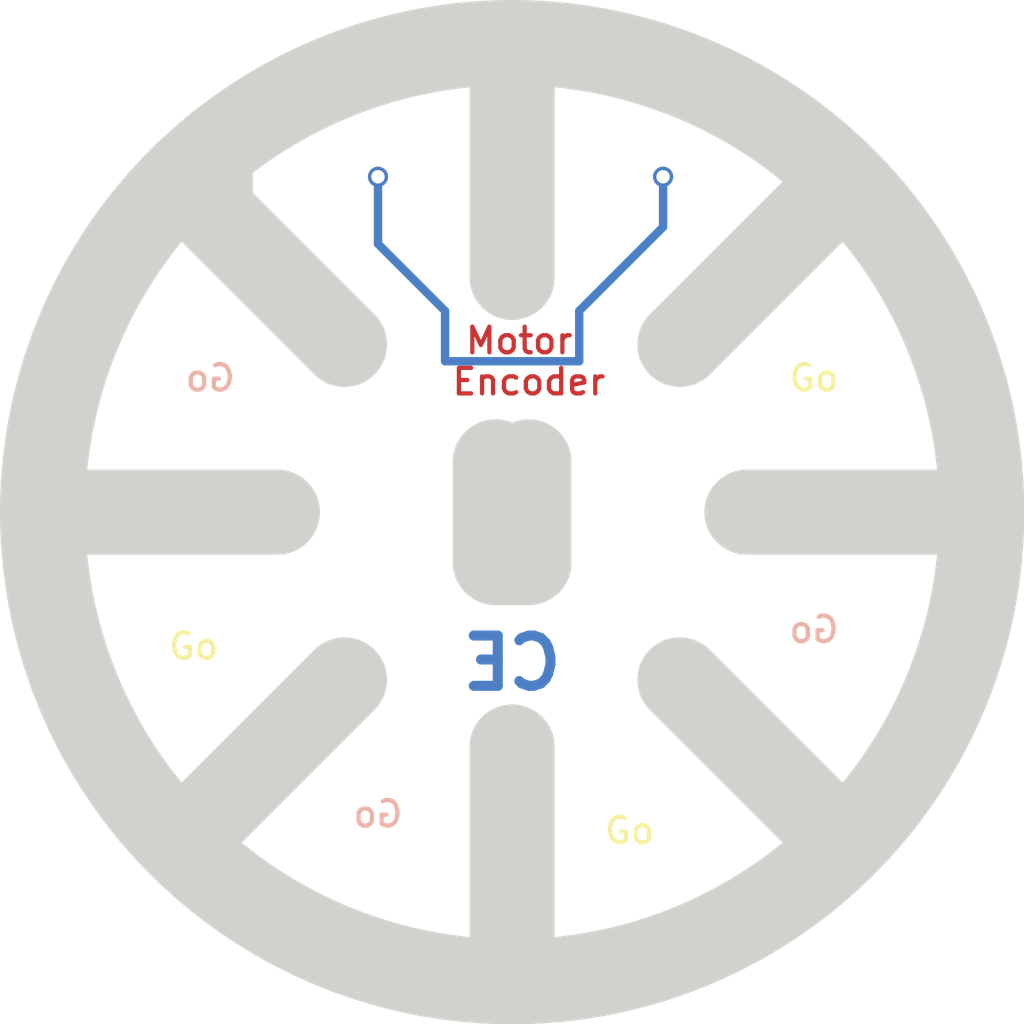
<source format=kicad_pcb>
(kicad_pcb (version 4) (host pcbnew 0.201506222247+5806~23~ubuntu14.04.1-product)

  (general
    (links 0)
    (no_connects 0)
    (area -15.270001 -15.270001 15.270001 15.270001)
    (thickness 1.6)
    (drawings 24)
    (tracks 9)
    (zones 0)
    (modules 0)
    (nets 1)
  )

  (page A4)
  (layers
    (0 F.Cu signal)
    (31 B.Cu signal)
    (32 B.Adhes user)
    (33 F.Adhes user)
    (34 B.Paste user)
    (35 F.Paste user)
    (36 B.SilkS user)
    (37 F.SilkS user)
    (38 B.Mask user)
    (39 F.Mask user)
    (40 Dwgs.User user)
    (41 Cmts.User user)
    (42 Eco1.User user)
    (43 Eco2.User user)
    (44 Edge.Cuts user)
    (45 Margin user)
    (46 B.CrtYd user)
    (47 F.CrtYd user)
    (48 B.Fab user)
    (49 F.Fab user)
  )

  (setup
    (last_trace_width 0.25)
    (trace_clearance 0.2)
    (zone_clearance 0.508)
    (zone_45_only no)
    (trace_min 0.2)
    (segment_width 0.2)
    (edge_width 2.54)
    (via_size 0.6)
    (via_drill 0.4)
    (via_min_size 0.4)
    (via_min_drill 0.3)
    (uvia_size 0.3)
    (uvia_drill 0.1)
    (uvias_allowed no)
    (uvia_min_size 0.2)
    (uvia_min_drill 0.1)
    (pcb_text_width 0.3)
    (pcb_text_size 1.5 1.5)
    (mod_edge_width 0.15)
    (mod_text_size 1 1)
    (mod_text_width 0.15)
    (pad_size 1.5 1.5)
    (pad_drill 0.6)
    (pad_to_mask_clearance 0)
    (aux_axis_origin 0 0)
    (visible_elements FFFFFF7F)
    (pcbplotparams
      (layerselection 0x010f0_80000001)
      (usegerberextensions true)
      (excludeedgelayer true)
      (linewidth 0.127000)
      (plotframeref false)
      (viasonmask false)
      (mode 1)
      (useauxorigin false)
      (hpglpennumber 1)
      (hpglpenspeed 20)
      (hpglpendiameter 15)
      (hpglpenoverlay 2)
      (psnegative false)
      (psa4output false)
      (plotreference true)
      (plotvalue true)
      (plotinvisibletext false)
      (padsonsilk false)
      (subtractmaskfromsilk false)
      (outputformat 1)
      (mirror false)
      (drillshape 0)
      (scaleselection 1)
      (outputdirectory gerbers/))
  )

  (net 0 "")

  (net_class Default "This is the default net class."
    (clearance 0.2)
    (trace_width 0.25)
    (via_dia 0.6)
    (via_drill 0.4)
    (uvia_dia 0.3)
    (uvia_drill 0.1)
  )

  (gr_text CE (at 0 4.5) (layer B.Cu) (tstamp 55903800)
    (effects (font (size 1.5 1.5) (thickness 0.3)) (justify mirror))
  )
  (gr_text CE (at 0 4.5) (layer B.Mask) (tstamp 559037EC)
    (effects (font (size 1.5 1.5) (thickness 0.3)) (justify mirror))
  )
  (gr_text CE (at 0 4.5) (layer B.Mask)
    (effects (font (size 1.5 1.5) (thickness 0.3)) (justify mirror))
  )
  (gr_text "Motor \nEncoder" (at 0.5 -4.5) (layer F.Mask) (tstamp 559037BC)
    (effects (font (size 0.762 0.762) (thickness 0.127)))
  )
  (gr_text Go (at -9 -4) (layer B.SilkS)
    (effects (font (size 0.762 0.762) (thickness 0.127)) (justify mirror))
  )
  (gr_text Go (at -9.5 4) (layer F.SilkS)
    (effects (font (size 0.762 0.762) (thickness 0.127)))
  )
  (gr_text Go (at -4 9) (layer B.SilkS)
    (effects (font (size 0.762 0.762) (thickness 0.127)) (justify mirror))
  )
  (gr_text Go (at 3.5 9.5) (layer F.SilkS)
    (effects (font (size 0.762 0.762) (thickness 0.127)))
  )
  (gr_text Go (at 9 3.5) (layer B.SilkS)
    (effects (font (size 0.762 0.762) (thickness 0.127)) (justify mirror))
  )
  (gr_text Go (at 9 -4) (layer F.SilkS)
    (effects (font (size 0.762 0.762) (thickness 0.127)))
  )
  (gr_text "Motor \nEncoder" (at 0.5 -4.5) (layer F.Cu)
    (effects (font (size 0.762 0.762) (thickness 0.127)))
  )
  (gr_line (start -0.5 1.5) (end -0.5 -1.5) (angle 90) (layer Edge.Cuts) (width 2.54))
  (gr_line (start 0.5 1.5) (end -0.5 1.5) (angle 90) (layer Edge.Cuts) (width 2.54))
  (gr_line (start 0.5 -1.5) (end 0.5 1.5) (angle 90) (layer Edge.Cuts) (width 2.54))
  (gr_line (start -9 -9) (end -9 -10) (angle 90) (layer Edge.Cuts) (width 2.54))
  (gr_line (start -5 -5) (end -9 -9) (angle 90) (layer Edge.Cuts) (width 2.54))
  (gr_line (start -7 0) (end -13 0) (angle 90) (layer Edge.Cuts) (width 2.54))
  (gr_line (start -5 5) (end -9 9) (angle 90) (layer Edge.Cuts) (width 2.54))
  (gr_line (start 0 7) (end 0 13) (angle 90) (layer Edge.Cuts) (width 2.54))
  (gr_line (start 5 5) (end 9 9) (angle 90) (layer Edge.Cuts) (width 2.54))
  (gr_line (start 7 0) (end 13 0) (angle 90) (layer Edge.Cuts) (width 2.54))
  (gr_line (start 5 -5) (end 9 -9) (angle 90) (layer Edge.Cuts) (width 2.54))
  (gr_line (start 0 -7) (end 0 -14) (angle 90) (layer Edge.Cuts) (width 2.54))
  (gr_circle (center 0 0) (end 14 0) (layer Edge.Cuts) (width 2.54))

  (via (at -4 -10) (size 0.6) (drill 0.4) (layers F.Cu B.Cu) (net 0))
  (via (at 4.5 -10) (size 0.6) (drill 0.4) (layers F.Cu B.Cu) (net 0))
  (segment (start 4.5 -10) (end 4.5 -8.5) (width 0.25) (layer B.Cu) (net 0) (tstamp 5590355B))
  (segment (start 2 -6) (end 4.5 -8.5) (width 0.25) (layer B.Cu) (net 0) (tstamp 5590355A))
  (segment (start 2 -4.5) (end 2 -6) (width 0.25) (layer B.Cu) (net 0) (tstamp 55903558))
  (segment (start -2 -4.5) (end 2 -4.5) (width 0.25) (layer B.Cu) (net 0) (tstamp 55903557))
  (segment (start -2 -6) (end -2 -4.5) (width 0.25) (layer B.Cu) (net 0) (tstamp 5590354D))
  (segment (start -4 -8) (end -2 -6) (width 0.25) (layer B.Cu) (net 0) (tstamp 55903549))
  (segment (start -4 -8) (end -4 -10) (width 0.25) (layer B.Cu) (net 0) (tstamp 55903548))

)

</source>
